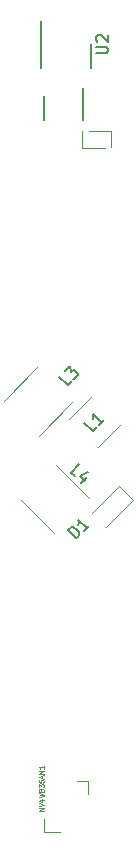
<source format=gbr>
%TF.GenerationSoftware,KiCad,Pcbnew,7.0.9*%
%TF.CreationDate,2024-07-30T16:44:57+08:00*%
%TF.ProjectId,LED,4c45442e-6b69-4636-9164-5f7063625858,rev?*%
%TF.SameCoordinates,Original*%
%TF.FileFunction,Legend,Top*%
%TF.FilePolarity,Positive*%
%FSLAX46Y46*%
G04 Gerber Fmt 4.6, Leading zero omitted, Abs format (unit mm)*
G04 Created by KiCad (PCBNEW 7.0.9) date 2024-07-30 16:44:57*
%MOMM*%
%LPD*%
G01*
G04 APERTURE LIST*
%ADD10C,0.150000*%
%ADD11C,0.100000*%
%ADD12C,0.120000*%
G04 APERTURE END LIST*
D10*
X112477319Y-86264404D02*
X113286842Y-86264404D01*
X113286842Y-86264404D02*
X113382080Y-86216785D01*
X113382080Y-86216785D02*
X113429700Y-86169166D01*
X113429700Y-86169166D02*
X113477319Y-86073928D01*
X113477319Y-86073928D02*
X113477319Y-85883452D01*
X113477319Y-85883452D02*
X113429700Y-85788214D01*
X113429700Y-85788214D02*
X113382080Y-85740595D01*
X113382080Y-85740595D02*
X113286842Y-85692976D01*
X113286842Y-85692976D02*
X112477319Y-85692976D01*
X112572557Y-85264404D02*
X112524938Y-85216785D01*
X112524938Y-85216785D02*
X112477319Y-85121547D01*
X112477319Y-85121547D02*
X112477319Y-84883452D01*
X112477319Y-84883452D02*
X112524938Y-84788214D01*
X112524938Y-84788214D02*
X112572557Y-84740595D01*
X112572557Y-84740595D02*
X112667795Y-84692976D01*
X112667795Y-84692976D02*
X112763033Y-84692976D01*
X112763033Y-84692976D02*
X112905890Y-84740595D01*
X112905890Y-84740595D02*
X113477319Y-85312023D01*
X113477319Y-85312023D02*
X113477319Y-84692976D01*
X112517526Y-117894329D02*
X112180809Y-118231047D01*
X112180809Y-118231047D02*
X111473702Y-117523940D01*
X113123618Y-117288237D02*
X112719557Y-117692298D01*
X112921587Y-117490268D02*
X112214481Y-116783161D01*
X112214481Y-116783161D02*
X112248152Y-116951520D01*
X112248152Y-116951520D02*
X112248152Y-117086207D01*
X112248152Y-117086207D02*
X112214481Y-117187222D01*
X110691914Y-122092485D02*
X110355196Y-121755768D01*
X110355196Y-121755768D02*
X111062303Y-121048661D01*
X111702067Y-122159829D02*
X111230662Y-122631233D01*
X111803082Y-121722096D02*
X111129647Y-122058814D01*
X111129647Y-122058814D02*
X111567380Y-122496546D01*
D11*
X108029847Y-150376189D02*
X107629847Y-150376189D01*
X107629847Y-150376189D02*
X108029847Y-150147618D01*
X108029847Y-150147618D02*
X107629847Y-150147618D01*
X107629847Y-150014284D02*
X108029847Y-149880951D01*
X108029847Y-149880951D02*
X107629847Y-149747618D01*
X107763180Y-149442856D02*
X108029847Y-149442856D01*
X107610800Y-149538094D02*
X107896514Y-149633332D01*
X107896514Y-149633332D02*
X107896514Y-149385713D01*
X107629847Y-149271428D02*
X108029847Y-149176190D01*
X108029847Y-149176190D02*
X107744133Y-149099999D01*
X107744133Y-149099999D02*
X108029847Y-149023809D01*
X108029847Y-149023809D02*
X107629847Y-148928571D01*
X107820323Y-148642856D02*
X107839371Y-148585713D01*
X107839371Y-148585713D02*
X107858419Y-148566666D01*
X107858419Y-148566666D02*
X107896514Y-148547618D01*
X107896514Y-148547618D02*
X107953657Y-148547618D01*
X107953657Y-148547618D02*
X107991752Y-148566666D01*
X107991752Y-148566666D02*
X108010800Y-148585713D01*
X108010800Y-148585713D02*
X108029847Y-148623808D01*
X108029847Y-148623808D02*
X108029847Y-148776189D01*
X108029847Y-148776189D02*
X107629847Y-148776189D01*
X107629847Y-148776189D02*
X107629847Y-148642856D01*
X107629847Y-148642856D02*
X107648895Y-148604761D01*
X107648895Y-148604761D02*
X107667942Y-148585713D01*
X107667942Y-148585713D02*
X107706038Y-148566666D01*
X107706038Y-148566666D02*
X107744133Y-148566666D01*
X107744133Y-148566666D02*
X107782228Y-148585713D01*
X107782228Y-148585713D02*
X107801276Y-148604761D01*
X107801276Y-148604761D02*
X107820323Y-148642856D01*
X107820323Y-148642856D02*
X107820323Y-148776189D01*
X107629847Y-148414285D02*
X107629847Y-148166666D01*
X107629847Y-148166666D02*
X107782228Y-148299999D01*
X107782228Y-148299999D02*
X107782228Y-148242856D01*
X107782228Y-148242856D02*
X107801276Y-148204761D01*
X107801276Y-148204761D02*
X107820323Y-148185713D01*
X107820323Y-148185713D02*
X107858419Y-148166666D01*
X107858419Y-148166666D02*
X107953657Y-148166666D01*
X107953657Y-148166666D02*
X107991752Y-148185713D01*
X107991752Y-148185713D02*
X108010800Y-148204761D01*
X108010800Y-148204761D02*
X108029847Y-148242856D01*
X108029847Y-148242856D02*
X108029847Y-148357142D01*
X108029847Y-148357142D02*
X108010800Y-148395237D01*
X108010800Y-148395237D02*
X107991752Y-148414285D01*
X107629847Y-147804761D02*
X107629847Y-147995237D01*
X107629847Y-147995237D02*
X107820323Y-148014285D01*
X107820323Y-148014285D02*
X107801276Y-147995237D01*
X107801276Y-147995237D02*
X107782228Y-147957142D01*
X107782228Y-147957142D02*
X107782228Y-147861904D01*
X107782228Y-147861904D02*
X107801276Y-147823809D01*
X107801276Y-147823809D02*
X107820323Y-147804761D01*
X107820323Y-147804761D02*
X107858419Y-147785714D01*
X107858419Y-147785714D02*
X107953657Y-147785714D01*
X107953657Y-147785714D02*
X107991752Y-147804761D01*
X107991752Y-147804761D02*
X108010800Y-147823809D01*
X108010800Y-147823809D02*
X108029847Y-147861904D01*
X108029847Y-147861904D02*
X108029847Y-147957142D01*
X108029847Y-147957142D02*
X108010800Y-147995237D01*
X108010800Y-147995237D02*
X107991752Y-148014285D01*
X107915561Y-147633333D02*
X107915561Y-147442857D01*
X108029847Y-147671428D02*
X107629847Y-147538095D01*
X107629847Y-147538095D02*
X108029847Y-147404762D01*
X108029847Y-147271428D02*
X107629847Y-147271428D01*
X107629847Y-147271428D02*
X107915561Y-147138095D01*
X107915561Y-147138095D02*
X107629847Y-147004762D01*
X107629847Y-147004762D02*
X108029847Y-147004762D01*
X108029847Y-146604762D02*
X108029847Y-146833333D01*
X108029847Y-146719047D02*
X107629847Y-146719047D01*
X107629847Y-146719047D02*
X107686990Y-146757143D01*
X107686990Y-146757143D02*
X107725085Y-146795238D01*
X107725085Y-146795238D02*
X107744133Y-146833333D01*
D10*
X110403754Y-114039456D02*
X110067037Y-114376174D01*
X110067037Y-114376174D02*
X109359930Y-113669067D01*
X109865006Y-113163990D02*
X110302739Y-112726258D01*
X110302739Y-112726258D02*
X110336411Y-113231334D01*
X110336411Y-113231334D02*
X110437426Y-113130319D01*
X110437426Y-113130319D02*
X110538441Y-113096647D01*
X110538441Y-113096647D02*
X110605785Y-113096647D01*
X110605785Y-113096647D02*
X110706800Y-113130319D01*
X110706800Y-113130319D02*
X110875159Y-113298677D01*
X110875159Y-113298677D02*
X110908831Y-113399693D01*
X110908831Y-113399693D02*
X110908831Y-113467036D01*
X110908831Y-113467036D02*
X110875159Y-113568051D01*
X110875159Y-113568051D02*
X110673128Y-113770082D01*
X110673128Y-113770082D02*
X110572113Y-113803754D01*
X110572113Y-113803754D02*
X110504770Y-113803754D01*
X110799693Y-127343517D02*
X110092587Y-126636410D01*
X110092587Y-126636410D02*
X110260945Y-126468051D01*
X110260945Y-126468051D02*
X110395632Y-126400708D01*
X110395632Y-126400708D02*
X110530319Y-126400708D01*
X110530319Y-126400708D02*
X110631335Y-126434380D01*
X110631335Y-126434380D02*
X110799693Y-126535395D01*
X110799693Y-126535395D02*
X110900709Y-126636410D01*
X110900709Y-126636410D02*
X111001724Y-126804769D01*
X111001724Y-126804769D02*
X111035396Y-126905784D01*
X111035396Y-126905784D02*
X111035396Y-127040471D01*
X111035396Y-127040471D02*
X110968052Y-127175158D01*
X110968052Y-127175158D02*
X110799693Y-127343517D01*
X111877189Y-126266021D02*
X111473128Y-126670082D01*
X111675159Y-126468051D02*
X110968052Y-125760945D01*
X110968052Y-125760945D02*
X111001724Y-125929303D01*
X111001724Y-125929303D02*
X111001724Y-126063990D01*
X111001724Y-126063990D02*
X110968052Y-126165006D01*
D11*
%TO.C,R1*%
X113700000Y-92800000D02*
X111900000Y-92800000D01*
X113700000Y-92800000D02*
X113700000Y-94200000D01*
X111300000Y-92800000D02*
X111300000Y-94200000D01*
X113200000Y-94300000D02*
X111300000Y-94300000D01*
X111300000Y-94300000D02*
X111300000Y-94200000D01*
D10*
%TO.C,U2*%
X107827500Y-83502500D02*
X107827500Y-87502500D01*
X112067500Y-85502500D02*
X112067500Y-87502500D01*
D12*
%TO.C,L1*%
X110183932Y-117197763D02*
X112144389Y-115237306D01*
X112602237Y-119616068D02*
X114562694Y-117655611D01*
D10*
%TO.C,LM3401*%
X111350000Y-89170000D02*
X111350000Y-91925000D01*
X108050000Y-89875000D02*
X108050000Y-91925000D01*
D12*
%TO.C,L4*%
X109080762Y-121110913D02*
X111909189Y-123939340D01*
X106110913Y-124080762D02*
X108939340Y-126909189D01*
D11*
%TO.C,NV4WB35AM1*%
X108050000Y-152200000D02*
X109450000Y-152200000D01*
X108050000Y-152200000D02*
X108050000Y-151100000D01*
X111750000Y-147900000D02*
X111750000Y-149000000D01*
X111750000Y-147900000D02*
X110850000Y-147900000D01*
D12*
%TO.C,L3*%
X104677039Y-115684467D02*
X107505466Y-112856040D01*
X107646888Y-118654316D02*
X110475315Y-115825889D01*
%TO.C,D1*%
X115638442Y-124063639D02*
X114436361Y-122861558D01*
X115638442Y-124063639D02*
X113333274Y-126368807D01*
X114436361Y-122861558D02*
X112131193Y-125166726D01*
%TD*%
M02*

</source>
